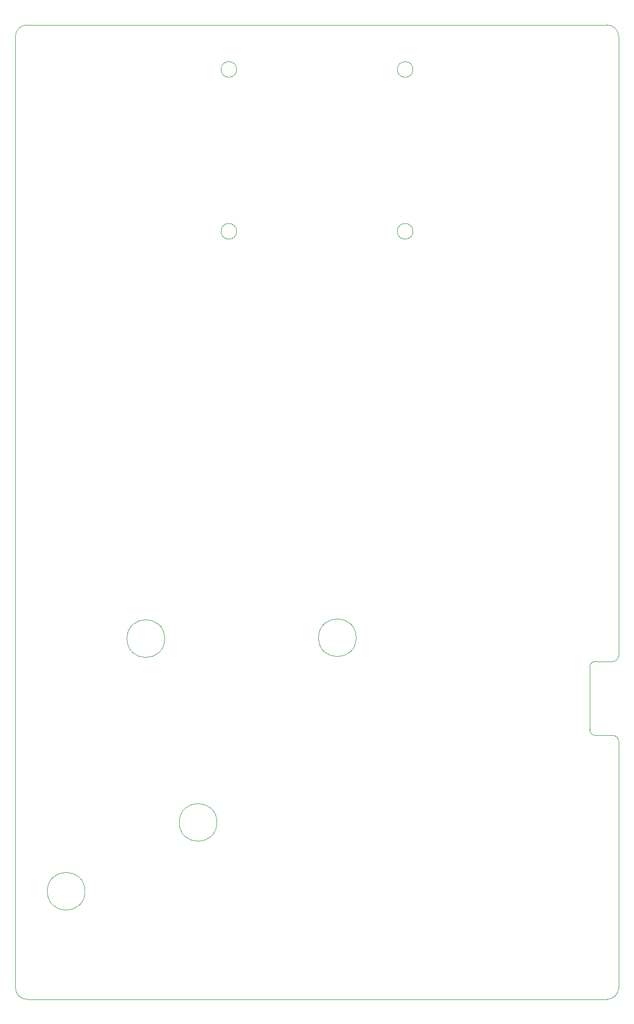
<source format=gbr>
%TF.GenerationSoftware,KiCad,Pcbnew,7.0.6*%
%TF.CreationDate,2023-12-09T00:06:22+01:00*%
%TF.ProjectId,MecProInverter,4d656350-726f-4496-9e76-65727465722e,rev?*%
%TF.SameCoordinates,Original*%
%TF.FileFunction,Profile,NP*%
%FSLAX46Y46*%
G04 Gerber Fmt 4.6, Leading zero omitted, Abs format (unit mm)*
G04 Created by KiCad (PCBNEW 7.0.6) date 2023-12-09 00:06:22*
%MOMM*%
%LPD*%
G01*
G04 APERTURE LIST*
%TA.AperFunction,Profile*%
%ADD10C,0.100000*%
%TD*%
G04 APERTURE END LIST*
D10*
X196999999Y-162749999D02*
X194000000Y-162750000D01*
X94000001Y-218999999D02*
X94000001Y-55000001D01*
X198000000Y-176500000D02*
G75*
G03*
X197000000Y-175500000I-1000000J0D01*
G01*
X194000000Y-162750000D02*
G75*
G03*
X193000000Y-163750000I0J-1000000D01*
G01*
X96000001Y-53000001D02*
G75*
G03*
X94000001Y-55000001I-1J-1999999D01*
G01*
X193000000Y-174500000D02*
X193000000Y-163750000D01*
X196000000Y-221000000D02*
G75*
G03*
X198000000Y-219000000I0J2000000D01*
G01*
X193000000Y-174500000D02*
G75*
G03*
X194000000Y-175500000I1000000J0D01*
G01*
X196000000Y-221000000D02*
X96000001Y-220999999D01*
X96000001Y-53000001D02*
X195999999Y-53000001D01*
X194000000Y-175500000D02*
X197000000Y-175500000D01*
X198000000Y-219000000D02*
X198000000Y-176500000D01*
X94000001Y-218999999D02*
G75*
G03*
X96000001Y-220999999I1999999J-1D01*
G01*
X197999999Y-55000001D02*
X197999999Y-161749999D01*
X197999999Y-55000001D02*
G75*
G03*
X195999999Y-53000001I-1999999J1D01*
G01*
X196999999Y-162749999D02*
G75*
G03*
X197999999Y-161749999I1J999999D01*
G01*
%TO.C,J5*%
X132150000Y-88600000D02*
G75*
G03*
X132150000Y-88600000I-1350000J0D01*
G01*
X162550000Y-88600000D02*
G75*
G03*
X162550000Y-88600000I-1350000J0D01*
G01*
X132150000Y-60700000D02*
G75*
G03*
X132150000Y-60700000I-1350000J0D01*
G01*
X162550000Y-60700000D02*
G75*
G03*
X162550000Y-60700000I-1350000J0D01*
G01*
%TO.C,R1*%
X106000000Y-202375000D02*
G75*
G03*
X106000000Y-202375000I-3250000J0D01*
G01*
%TO.C,U13*%
X152760000Y-158665989D02*
G75*
G03*
X152760000Y-158665989I-3250000J0D01*
G01*
X119740000Y-158810000D02*
G75*
G03*
X119740000Y-158810000I-3250000J0D01*
G01*
%TO.C,U4*%
X128750000Y-190500000D02*
G75*
G03*
X128750000Y-190500000I-3250000J0D01*
G01*
%TD*%
M02*

</source>
